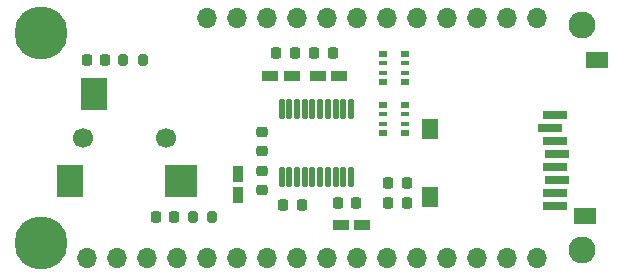
<source format=gts>
G04 #@! TF.GenerationSoftware,KiCad,Pcbnew,7.0.1*
G04 #@! TF.CreationDate,2023-08-17T16:00:53-05:00*
G04 #@! TF.ProjectId,MiniWAV,4d696e69-5741-4562-9e6b-696361645f70,A*
G04 #@! TF.SameCoordinates,Original*
G04 #@! TF.FileFunction,Soldermask,Top*
G04 #@! TF.FilePolarity,Negative*
%FSLAX46Y46*%
G04 Gerber Fmt 4.6, Leading zero omitted, Abs format (unit mm)*
G04 Created by KiCad (PCBNEW 7.0.1) date 2023-08-17 16:00:53*
%MOMM*%
%LPD*%
G01*
G04 APERTURE LIST*
G04 Aperture macros list*
%AMRoundRect*
0 Rectangle with rounded corners*
0 $1 Rounding radius*
0 $2 $3 $4 $5 $6 $7 $8 $9 X,Y pos of 4 corners*
0 Add a 4 corners polygon primitive as box body*
4,1,4,$2,$3,$4,$5,$6,$7,$8,$9,$2,$3,0*
0 Add four circle primitives for the rounded corners*
1,1,$1+$1,$2,$3*
1,1,$1+$1,$4,$5*
1,1,$1+$1,$6,$7*
1,1,$1+$1,$8,$9*
0 Add four rect primitives between the rounded corners*
20,1,$1+$1,$2,$3,$4,$5,0*
20,1,$1+$1,$4,$5,$6,$7,0*
20,1,$1+$1,$6,$7,$8,$9,0*
20,1,$1+$1,$8,$9,$2,$3,0*%
G04 Aperture macros list end*
%ADD10RoundRect,0.225000X0.225000X0.250000X-0.225000X0.250000X-0.225000X-0.250000X0.225000X-0.250000X0*%
%ADD11RoundRect,0.225000X-0.250000X0.225000X-0.250000X-0.225000X0.250000X-0.225000X0.250000X0.225000X0*%
%ADD12R,1.450000X0.950000*%
%ADD13RoundRect,0.020500X0.184500X-0.764500X0.184500X0.764500X-0.184500X0.764500X-0.184500X-0.764500X0*%
%ADD14RoundRect,0.200000X0.200000X0.275000X-0.200000X0.275000X-0.200000X-0.275000X0.200000X-0.275000X0*%
%ADD15R,2.000000X0.800000*%
%ADD16R,1.400000X1.800000*%
%ADD17R,1.900000X1.400000*%
%ADD18RoundRect,0.225000X0.250000X-0.225000X0.250000X0.225000X-0.250000X0.225000X-0.250000X-0.225000X0*%
%ADD19R,0.950000X1.450000*%
%ADD20C,1.700000*%
%ADD21R,2.200000X2.800000*%
%ADD22R,2.800000X2.800000*%
%ADD23R,0.800000X0.500000*%
%ADD24R,0.800000X0.400000*%
%ADD25C,2.286000*%
%ADD26O,1.700000X1.700000*%
%ADD27C,4.500000*%
G04 APERTURE END LIST*
D10*
X153075000Y-103805000D03*
X151525000Y-103805000D03*
X153075000Y-102105000D03*
X151525000Y-102105000D03*
D11*
X140825000Y-97860000D03*
X140825000Y-99410000D03*
D12*
X147325000Y-93105000D03*
X145525000Y-93105000D03*
D13*
X142500000Y-101605000D03*
X143150000Y-101605000D03*
X143800000Y-101605000D03*
X144450000Y-101605000D03*
X145100000Y-101605000D03*
X145750000Y-101605000D03*
X146400000Y-101605000D03*
X147050000Y-101605000D03*
X147700000Y-101605000D03*
X148350000Y-101605000D03*
X148350000Y-95865000D03*
X147700000Y-95865000D03*
X147050000Y-95865000D03*
X146400000Y-95865000D03*
X145750000Y-95865000D03*
X145100000Y-95865000D03*
X144450000Y-95865000D03*
X143800000Y-95865000D03*
X143150000Y-95865000D03*
X142500000Y-95865000D03*
D14*
X130725000Y-91705000D03*
X129075000Y-91705000D03*
D15*
X165600000Y-96405000D03*
X165200000Y-97505000D03*
X165600000Y-98605000D03*
X165800000Y-99705000D03*
X165600000Y-100805000D03*
X165800000Y-101905000D03*
X165600000Y-103005000D03*
X165600000Y-104105000D03*
D16*
X155050000Y-103295000D03*
X155050000Y-97595000D03*
D17*
X168200000Y-104895000D03*
X169200000Y-91745000D03*
D10*
X144175000Y-104005000D03*
X142625000Y-104005000D03*
X143600000Y-91105000D03*
X142050000Y-91105000D03*
D18*
X140825000Y-102710000D03*
X140825000Y-101160000D03*
D10*
X146800000Y-91105000D03*
X145250000Y-91105000D03*
D19*
X138825000Y-101335000D03*
X138825000Y-103135000D03*
D20*
X125700000Y-98305000D03*
X132700000Y-98305000D03*
D21*
X126600000Y-94605000D03*
X124600000Y-102005000D03*
D22*
X134000000Y-102005000D03*
D10*
X133375000Y-105005000D03*
X131825000Y-105005000D03*
X127575000Y-91705000D03*
X126025000Y-91705000D03*
D12*
X147525000Y-105735000D03*
X149325000Y-105735000D03*
X141525000Y-93105000D03*
X143325000Y-93105000D03*
D14*
X136600000Y-105005000D03*
X134950000Y-105005000D03*
D23*
X151100000Y-95505000D03*
D24*
X151100000Y-96305000D03*
X151100000Y-97105000D03*
D23*
X151100000Y-97905000D03*
X152900000Y-97905000D03*
D24*
X152900000Y-97105000D03*
X152900000Y-96305000D03*
D23*
X152900000Y-95505000D03*
D10*
X148800000Y-103835000D03*
X147250000Y-103835000D03*
D25*
X167900000Y-88755000D03*
X167900000Y-107805000D03*
D26*
X125977800Y-108457200D03*
X128517800Y-108457200D03*
X131057800Y-108457200D03*
X133597800Y-108457200D03*
X136137800Y-108457200D03*
X138677800Y-108457200D03*
X141217800Y-108457200D03*
X143757800Y-108457200D03*
X146297800Y-108457200D03*
X148837800Y-108457200D03*
X151377800Y-108457200D03*
X153917800Y-108457200D03*
X156457800Y-108457200D03*
X158997800Y-108457200D03*
X161537800Y-108457200D03*
X164077800Y-108482600D03*
X164077800Y-88137200D03*
X161537800Y-88137200D03*
X158997800Y-88137200D03*
X156457800Y-88137200D03*
X153917800Y-88137200D03*
X151377800Y-88137200D03*
X148837800Y-88137200D03*
X146297800Y-88137200D03*
X143757800Y-88137200D03*
X141217800Y-88137200D03*
X138677800Y-88137200D03*
X136137800Y-88137200D03*
D27*
X122150000Y-107205000D03*
X122150000Y-89405000D03*
D23*
X151100000Y-91205000D03*
D24*
X151100000Y-92005000D03*
X151100000Y-92805000D03*
D23*
X151100000Y-93605000D03*
X152900000Y-93605000D03*
D24*
X152900000Y-92805000D03*
X152900000Y-92005000D03*
D23*
X152900000Y-91205000D03*
M02*

</source>
